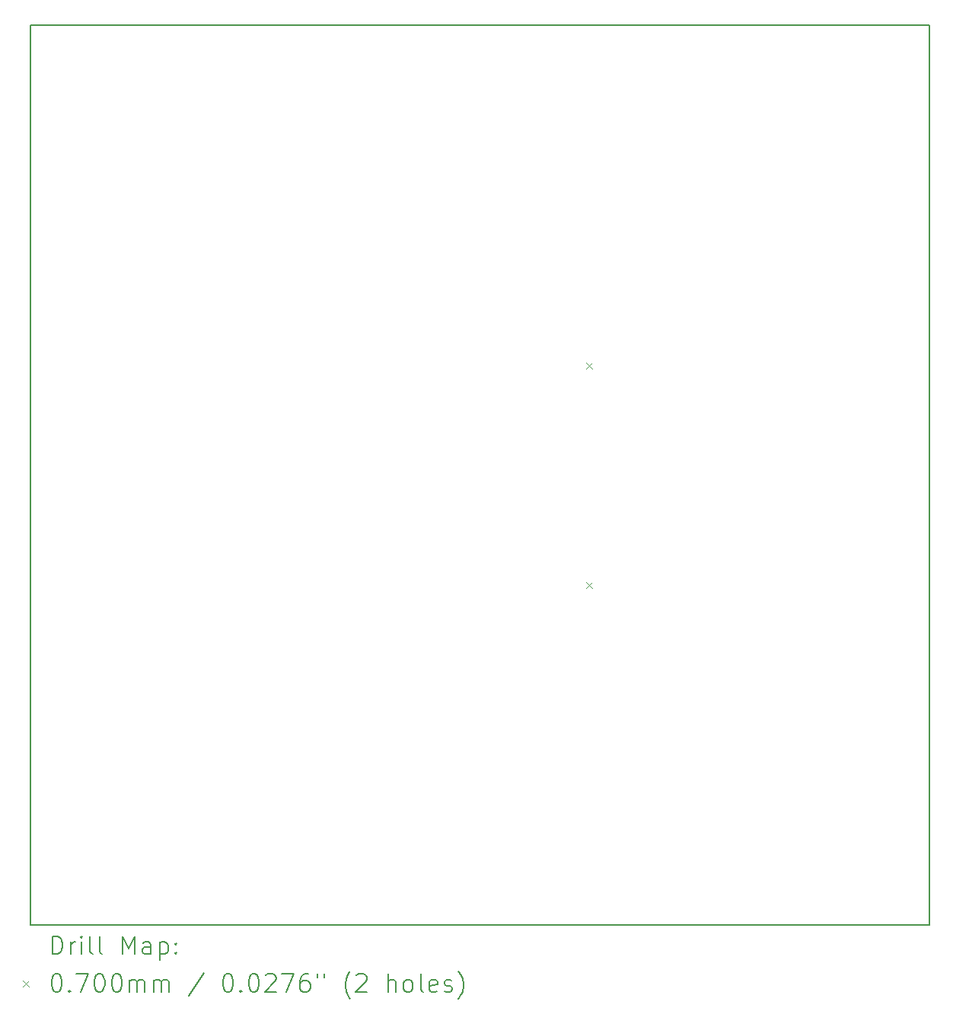
<source format=gbr>
%FSLAX45Y45*%
G04 Gerber Fmt 4.5, Leading zero omitted, Abs format (unit mm)*
G04 Created by KiCad (PCBNEW (6.0.6-0)) date 2022-09-01 16:53:57*
%MOMM*%
%LPD*%
G01*
G04 APERTURE LIST*
%TA.AperFunction,Profile*%
%ADD10C,0.200000*%
%TD*%
%ADD11C,0.200000*%
%ADD12C,0.070000*%
G04 APERTURE END LIST*
D10*
X5000000Y-5000000D02*
X15000000Y-5000000D01*
X15000000Y-5000000D02*
X15000000Y-15000000D01*
X15000000Y-15000000D02*
X5000000Y-15000000D01*
X5000000Y-15000000D02*
X5000000Y-5000000D01*
D11*
D12*
X11184759Y-8745241D02*
X11254759Y-8815241D01*
X11254759Y-8745241D02*
X11184759Y-8815241D01*
X11184759Y-11184759D02*
X11254759Y-11254759D01*
X11254759Y-11184759D02*
X11184759Y-11254759D01*
D11*
X5247619Y-15320476D02*
X5247619Y-15120476D01*
X5295238Y-15120476D01*
X5323810Y-15130000D01*
X5342857Y-15149048D01*
X5352381Y-15168095D01*
X5361905Y-15206190D01*
X5361905Y-15234762D01*
X5352381Y-15272857D01*
X5342857Y-15291905D01*
X5323810Y-15310952D01*
X5295238Y-15320476D01*
X5247619Y-15320476D01*
X5447619Y-15320476D02*
X5447619Y-15187143D01*
X5447619Y-15225238D02*
X5457143Y-15206190D01*
X5466667Y-15196667D01*
X5485714Y-15187143D01*
X5504762Y-15187143D01*
X5571429Y-15320476D02*
X5571429Y-15187143D01*
X5571429Y-15120476D02*
X5561905Y-15130000D01*
X5571429Y-15139524D01*
X5580952Y-15130000D01*
X5571429Y-15120476D01*
X5571429Y-15139524D01*
X5695238Y-15320476D02*
X5676190Y-15310952D01*
X5666667Y-15291905D01*
X5666667Y-15120476D01*
X5800000Y-15320476D02*
X5780952Y-15310952D01*
X5771428Y-15291905D01*
X5771428Y-15120476D01*
X6028571Y-15320476D02*
X6028571Y-15120476D01*
X6095238Y-15263333D01*
X6161905Y-15120476D01*
X6161905Y-15320476D01*
X6342857Y-15320476D02*
X6342857Y-15215714D01*
X6333333Y-15196667D01*
X6314286Y-15187143D01*
X6276190Y-15187143D01*
X6257143Y-15196667D01*
X6342857Y-15310952D02*
X6323809Y-15320476D01*
X6276190Y-15320476D01*
X6257143Y-15310952D01*
X6247619Y-15291905D01*
X6247619Y-15272857D01*
X6257143Y-15253809D01*
X6276190Y-15244286D01*
X6323809Y-15244286D01*
X6342857Y-15234762D01*
X6438095Y-15187143D02*
X6438095Y-15387143D01*
X6438095Y-15196667D02*
X6457143Y-15187143D01*
X6495238Y-15187143D01*
X6514286Y-15196667D01*
X6523809Y-15206190D01*
X6533333Y-15225238D01*
X6533333Y-15282381D01*
X6523809Y-15301428D01*
X6514286Y-15310952D01*
X6495238Y-15320476D01*
X6457143Y-15320476D01*
X6438095Y-15310952D01*
X6619048Y-15301428D02*
X6628571Y-15310952D01*
X6619048Y-15320476D01*
X6609524Y-15310952D01*
X6619048Y-15301428D01*
X6619048Y-15320476D01*
X6619048Y-15196667D02*
X6628571Y-15206190D01*
X6619048Y-15215714D01*
X6609524Y-15206190D01*
X6619048Y-15196667D01*
X6619048Y-15215714D01*
D12*
X4920000Y-15615000D02*
X4990000Y-15685000D01*
X4990000Y-15615000D02*
X4920000Y-15685000D01*
D11*
X5285714Y-15540476D02*
X5304762Y-15540476D01*
X5323810Y-15550000D01*
X5333333Y-15559524D01*
X5342857Y-15578571D01*
X5352381Y-15616667D01*
X5352381Y-15664286D01*
X5342857Y-15702381D01*
X5333333Y-15721428D01*
X5323810Y-15730952D01*
X5304762Y-15740476D01*
X5285714Y-15740476D01*
X5266667Y-15730952D01*
X5257143Y-15721428D01*
X5247619Y-15702381D01*
X5238095Y-15664286D01*
X5238095Y-15616667D01*
X5247619Y-15578571D01*
X5257143Y-15559524D01*
X5266667Y-15550000D01*
X5285714Y-15540476D01*
X5438095Y-15721428D02*
X5447619Y-15730952D01*
X5438095Y-15740476D01*
X5428571Y-15730952D01*
X5438095Y-15721428D01*
X5438095Y-15740476D01*
X5514286Y-15540476D02*
X5647619Y-15540476D01*
X5561905Y-15740476D01*
X5761905Y-15540476D02*
X5780952Y-15540476D01*
X5800000Y-15550000D01*
X5809524Y-15559524D01*
X5819048Y-15578571D01*
X5828571Y-15616667D01*
X5828571Y-15664286D01*
X5819048Y-15702381D01*
X5809524Y-15721428D01*
X5800000Y-15730952D01*
X5780952Y-15740476D01*
X5761905Y-15740476D01*
X5742857Y-15730952D01*
X5733333Y-15721428D01*
X5723809Y-15702381D01*
X5714286Y-15664286D01*
X5714286Y-15616667D01*
X5723809Y-15578571D01*
X5733333Y-15559524D01*
X5742857Y-15550000D01*
X5761905Y-15540476D01*
X5952381Y-15540476D02*
X5971428Y-15540476D01*
X5990476Y-15550000D01*
X6000000Y-15559524D01*
X6009524Y-15578571D01*
X6019048Y-15616667D01*
X6019048Y-15664286D01*
X6009524Y-15702381D01*
X6000000Y-15721428D01*
X5990476Y-15730952D01*
X5971428Y-15740476D01*
X5952381Y-15740476D01*
X5933333Y-15730952D01*
X5923809Y-15721428D01*
X5914286Y-15702381D01*
X5904762Y-15664286D01*
X5904762Y-15616667D01*
X5914286Y-15578571D01*
X5923809Y-15559524D01*
X5933333Y-15550000D01*
X5952381Y-15540476D01*
X6104762Y-15740476D02*
X6104762Y-15607143D01*
X6104762Y-15626190D02*
X6114286Y-15616667D01*
X6133333Y-15607143D01*
X6161905Y-15607143D01*
X6180952Y-15616667D01*
X6190476Y-15635714D01*
X6190476Y-15740476D01*
X6190476Y-15635714D02*
X6200000Y-15616667D01*
X6219048Y-15607143D01*
X6247619Y-15607143D01*
X6266667Y-15616667D01*
X6276190Y-15635714D01*
X6276190Y-15740476D01*
X6371428Y-15740476D02*
X6371428Y-15607143D01*
X6371428Y-15626190D02*
X6380952Y-15616667D01*
X6400000Y-15607143D01*
X6428571Y-15607143D01*
X6447619Y-15616667D01*
X6457143Y-15635714D01*
X6457143Y-15740476D01*
X6457143Y-15635714D02*
X6466667Y-15616667D01*
X6485714Y-15607143D01*
X6514286Y-15607143D01*
X6533333Y-15616667D01*
X6542857Y-15635714D01*
X6542857Y-15740476D01*
X6933333Y-15530952D02*
X6761905Y-15788095D01*
X7190476Y-15540476D02*
X7209524Y-15540476D01*
X7228571Y-15550000D01*
X7238095Y-15559524D01*
X7247619Y-15578571D01*
X7257143Y-15616667D01*
X7257143Y-15664286D01*
X7247619Y-15702381D01*
X7238095Y-15721428D01*
X7228571Y-15730952D01*
X7209524Y-15740476D01*
X7190476Y-15740476D01*
X7171428Y-15730952D01*
X7161905Y-15721428D01*
X7152381Y-15702381D01*
X7142857Y-15664286D01*
X7142857Y-15616667D01*
X7152381Y-15578571D01*
X7161905Y-15559524D01*
X7171428Y-15550000D01*
X7190476Y-15540476D01*
X7342857Y-15721428D02*
X7352381Y-15730952D01*
X7342857Y-15740476D01*
X7333333Y-15730952D01*
X7342857Y-15721428D01*
X7342857Y-15740476D01*
X7476190Y-15540476D02*
X7495238Y-15540476D01*
X7514286Y-15550000D01*
X7523809Y-15559524D01*
X7533333Y-15578571D01*
X7542857Y-15616667D01*
X7542857Y-15664286D01*
X7533333Y-15702381D01*
X7523809Y-15721428D01*
X7514286Y-15730952D01*
X7495238Y-15740476D01*
X7476190Y-15740476D01*
X7457143Y-15730952D01*
X7447619Y-15721428D01*
X7438095Y-15702381D01*
X7428571Y-15664286D01*
X7428571Y-15616667D01*
X7438095Y-15578571D01*
X7447619Y-15559524D01*
X7457143Y-15550000D01*
X7476190Y-15540476D01*
X7619048Y-15559524D02*
X7628571Y-15550000D01*
X7647619Y-15540476D01*
X7695238Y-15540476D01*
X7714286Y-15550000D01*
X7723809Y-15559524D01*
X7733333Y-15578571D01*
X7733333Y-15597619D01*
X7723809Y-15626190D01*
X7609524Y-15740476D01*
X7733333Y-15740476D01*
X7800000Y-15540476D02*
X7933333Y-15540476D01*
X7847619Y-15740476D01*
X8095238Y-15540476D02*
X8057143Y-15540476D01*
X8038095Y-15550000D01*
X8028571Y-15559524D01*
X8009524Y-15588095D01*
X8000000Y-15626190D01*
X8000000Y-15702381D01*
X8009524Y-15721428D01*
X8019048Y-15730952D01*
X8038095Y-15740476D01*
X8076190Y-15740476D01*
X8095238Y-15730952D01*
X8104762Y-15721428D01*
X8114286Y-15702381D01*
X8114286Y-15654762D01*
X8104762Y-15635714D01*
X8095238Y-15626190D01*
X8076190Y-15616667D01*
X8038095Y-15616667D01*
X8019048Y-15626190D01*
X8009524Y-15635714D01*
X8000000Y-15654762D01*
X8190476Y-15540476D02*
X8190476Y-15578571D01*
X8266667Y-15540476D02*
X8266667Y-15578571D01*
X8561905Y-15816667D02*
X8552381Y-15807143D01*
X8533333Y-15778571D01*
X8523810Y-15759524D01*
X8514286Y-15730952D01*
X8504762Y-15683333D01*
X8504762Y-15645238D01*
X8514286Y-15597619D01*
X8523810Y-15569048D01*
X8533333Y-15550000D01*
X8552381Y-15521428D01*
X8561905Y-15511905D01*
X8628571Y-15559524D02*
X8638095Y-15550000D01*
X8657143Y-15540476D01*
X8704762Y-15540476D01*
X8723810Y-15550000D01*
X8733333Y-15559524D01*
X8742857Y-15578571D01*
X8742857Y-15597619D01*
X8733333Y-15626190D01*
X8619048Y-15740476D01*
X8742857Y-15740476D01*
X8980952Y-15740476D02*
X8980952Y-15540476D01*
X9066667Y-15740476D02*
X9066667Y-15635714D01*
X9057143Y-15616667D01*
X9038095Y-15607143D01*
X9009524Y-15607143D01*
X8990476Y-15616667D01*
X8980952Y-15626190D01*
X9190476Y-15740476D02*
X9171429Y-15730952D01*
X9161905Y-15721428D01*
X9152381Y-15702381D01*
X9152381Y-15645238D01*
X9161905Y-15626190D01*
X9171429Y-15616667D01*
X9190476Y-15607143D01*
X9219048Y-15607143D01*
X9238095Y-15616667D01*
X9247619Y-15626190D01*
X9257143Y-15645238D01*
X9257143Y-15702381D01*
X9247619Y-15721428D01*
X9238095Y-15730952D01*
X9219048Y-15740476D01*
X9190476Y-15740476D01*
X9371429Y-15740476D02*
X9352381Y-15730952D01*
X9342857Y-15711905D01*
X9342857Y-15540476D01*
X9523810Y-15730952D02*
X9504762Y-15740476D01*
X9466667Y-15740476D01*
X9447619Y-15730952D01*
X9438095Y-15711905D01*
X9438095Y-15635714D01*
X9447619Y-15616667D01*
X9466667Y-15607143D01*
X9504762Y-15607143D01*
X9523810Y-15616667D01*
X9533333Y-15635714D01*
X9533333Y-15654762D01*
X9438095Y-15673809D01*
X9609524Y-15730952D02*
X9628571Y-15740476D01*
X9666667Y-15740476D01*
X9685714Y-15730952D01*
X9695238Y-15711905D01*
X9695238Y-15702381D01*
X9685714Y-15683333D01*
X9666667Y-15673809D01*
X9638095Y-15673809D01*
X9619048Y-15664286D01*
X9609524Y-15645238D01*
X9609524Y-15635714D01*
X9619048Y-15616667D01*
X9638095Y-15607143D01*
X9666667Y-15607143D01*
X9685714Y-15616667D01*
X9761905Y-15816667D02*
X9771429Y-15807143D01*
X9790476Y-15778571D01*
X9800000Y-15759524D01*
X9809524Y-15730952D01*
X9819048Y-15683333D01*
X9819048Y-15645238D01*
X9809524Y-15597619D01*
X9800000Y-15569048D01*
X9790476Y-15550000D01*
X9771429Y-15521428D01*
X9761905Y-15511905D01*
M02*

</source>
